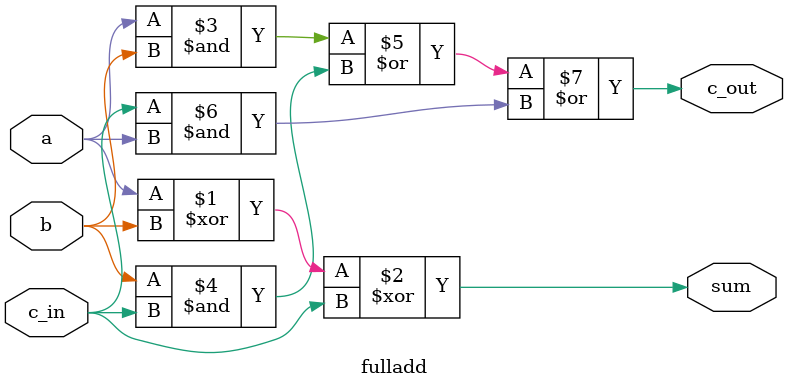
<source format=v>
`timescale 1ns / 1ps
module ripple_carry_full_adder_4bit(output[3:0]sum,
                                    output c_out,
                                    input[3:0] a,b,
                                    input c_in);
 wire c1,c2,c3;
 //instantiate four 1-bit full adders
 fulladd fa0(sum[0],c1,a[0],b[0],c_in);
 fulladd fa1(sum[1],c2,a[1],b[1],c1);
 fulladd fa2(sum[2],c3,a[2],b[2],c2);
 fulladd fa3(sum[3],c_out,a[3],b[3],c3);
endmodule
//define a 1-bit full adder
module fulladd(sum,c_out,a,b,c_in);
output sum,c_out;
input a,b,c_in;
assign sum = a^b^c_in;
assign c_out = (a&b)|(b&c_in)|(c_in&a);
endmodule

</source>
